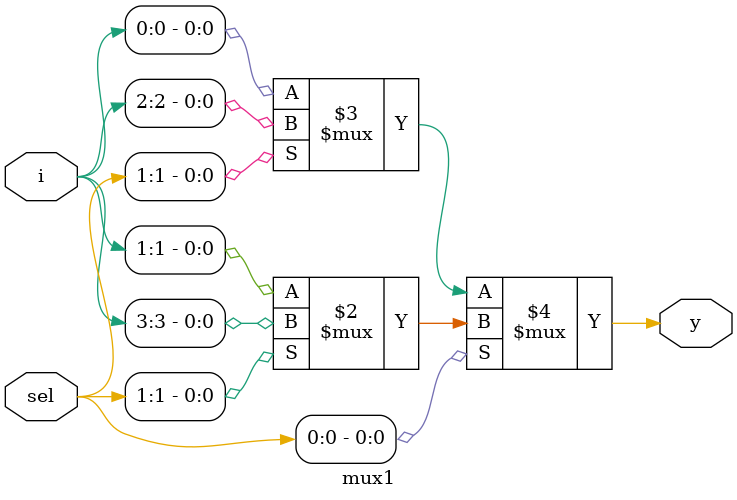
<source format=v>
module mux1(input wire [3:0] i,input wire [1:0]sel,output reg y);
        always@(*) begin
            y=sel[0] ?(sel[1]? i[3]:i[1]):(sel[1]?i[2]:i[0]);//using relational operator
        end
endmodule
</source>
